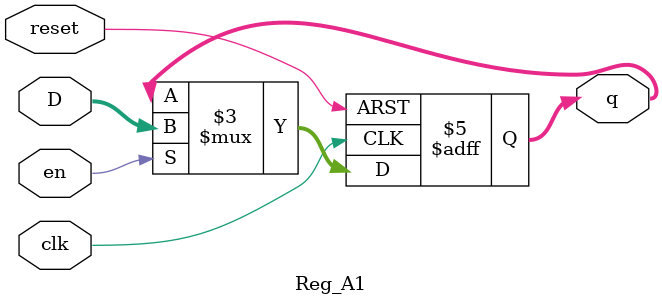
<source format=sv>
`timescale 1ns / 1ps


module Reg_A1 # (parameter bits = 8)(
input logic en,
input logic reset,
input logic clk,
input logic [bits - 1 : 0]D,
output logic [bits - 1 : 0]q
    );
always @ (posedge clk or negedge reset)     
begin
    if (!reset)  
        q <= 0;
    else if (en)
        q <= D;   
end
endmodule

</source>
